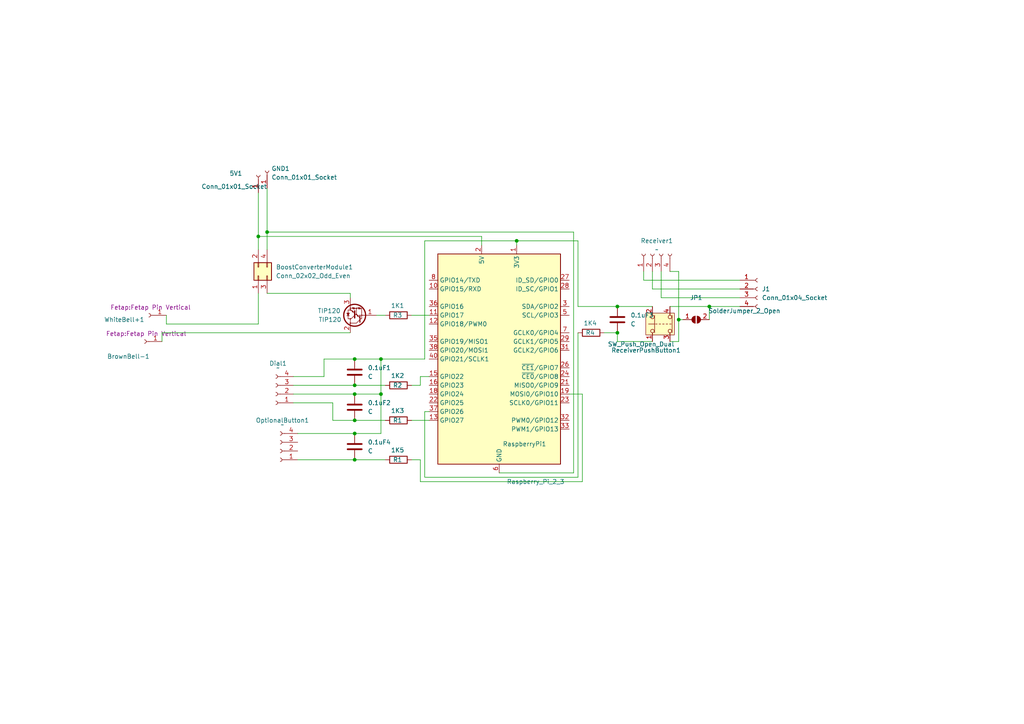
<source format=kicad_sch>
(kicad_sch (version 20231120) (generator "eeschema") (generator_version "8.0")
  (paper "A4")
  (lib_symbols
    (symbol "Connector:Conn_01x01_Socket" (pin_names (offset 1.016) hide)
      (property "Reference" "J" (at 0 2.54 0))
      (property "Value" "Conn_01x01_Socket" (at 0 -2.54 0))
      (symbol "Conn_01x01_Socket_1_1"
        (polyline (pts (xy -1.27 0) (xy -0.508 0)) (stroke (width 0.1524)))
        (arc (start 0 0.508) (mid -0.5058 0) (end 0 -0.508) (stroke (width 0.1524)))
        (pin passive line (at -5.08 0 0) (length 3.81) (name "Pin_1") (number "1"))
      )
    )
    (symbol "Connector:Conn_01x04_Socket" (pin_names (offset 1.016) hide)
      (property "Reference" "J" (at 0 5.08 0))
      (property "Value" "Conn_01x04_Socket" (at 0 -7.62 0))
      (symbol "Conn_01x04_Socket_1_1"
        (arc (start 0 -4.572) (mid -0.5058 -5.08) (end 0 -5.588) (stroke (width 0.1524)))
        (arc (start 0 -2.032) (mid -0.5058 -2.54) (end 0 -3.048) (stroke (width 0.1524)))
        (polyline (pts (xy -1.27 -5.08) (xy -0.508 -5.08)) (stroke (width 0.1524)))
        (polyline (pts (xy -1.27 -2.54) (xy -0.508 -2.54)) (stroke (width 0.1524)))
        (polyline (pts (xy -1.27 0) (xy -0.508 0)) (stroke (width 0.1524)))
        (polyline (pts (xy -1.27 2.54) (xy -0.508 2.54)) (stroke (width 0.1524)))
        (arc (start 0 0.508) (mid -0.5058 0) (end 0 -0.508) (stroke (width 0.1524)))
        (arc (start 0 3.048) (mid -0.5058 2.54) (end 0 2.032) (stroke (width 0.1524)))
        (pin passive line (at -5.08 2.54 0) (length 3.81) (name "Pin_1") (number "1"))
        (pin passive line (at -5.08 0 0) (length 3.81) (name "Pin_2") (number "2"))
        (pin passive line (at -5.08 -2.54 0) (length 3.81) (name "Pin_3") (number "3"))
        (pin passive line (at -5.08 -5.08 0) (length 3.81) (name "Pin_4") (number "4"))
      )
    )
    (symbol "Connector:Raspberry_Pi_2_3"
      (property "Reference" "J" (at -17.78 31.75 0))
      (property "Value" "Raspberry_Pi_2_3" (at 10.16 -31.75 0))
      (symbol "Raspberry_Pi_2_3_0_1"
        (rectangle (start -17.78 30.48) (end 17.78 -30.48) (stroke (width 0.254)) (fill (type background)))
      )
      (symbol "Raspberry_Pi_2_3_1_1"
        (pin power_in line (at 5.08 33.02 270) (length 2.54) (name "3V3") (number "1"))
        (pin bidirectional line (at -20.32 20.32 0) (length 2.54) (name "GPIO15/RXD") (number "10"))
        (pin bidirectional line (at -20.32 12.7 0) (length 2.54) (name "GPIO17") (number "11"))
        (pin bidirectional line (at -20.32 10.16 0) (length 2.54) (name "GPIO18/PWM0") (number "12"))
        (pin bidirectional line (at -20.32 -17.78 0) (length 2.54) (name "GPIO27") (number "13"))
        (pin passive line (at 0 -33.02 90) (length 2.54) hide (name "GND") (number "14"))
        (pin bidirectional line (at -20.32 -5.08 0) (length 2.54) (name "GPIO22") (number "15"))
        (pin bidirectional line (at -20.32 -7.62 0) (length 2.54) (name "GPIO23") (number "16"))
        (pin passive line (at 5.08 33.02 270) (length 2.54) hide (name "3V3") (number "17"))
        (pin bidirectional line (at -20.32 -10.16 0) (length 2.54) (name "GPIO24") (number "18"))
        (pin bidirectional line (at 20.32 -10.16 180) (length 2.54) (name "MOSI0/GPIO10") (number "19"))
        (pin power_in line (at -5.08 33.02 270) (length 2.54) (name "5V") (number "2"))
        (pin passive line (at 0 -33.02 90) (length 2.54) hide (name "GND") (number "20"))
        (pin bidirectional line (at 20.32 -7.62 180) (length 2.54) (name "MISO0/GPIO9") (number "21"))
        (pin bidirectional line (at -20.32 -12.7 0) (length 2.54) (name "GPIO25") (number "22"))
        (pin bidirectional line (at 20.32 -12.7 180) (length 2.54) (name "SCLK0/GPIO11") (number "23"))
        (pin bidirectional line (at 20.32 -5.08 180) (length 2.54) (name "~{CE0}/GPIO8") (number "24"))
        (pin passive line (at 0 -33.02 90) (length 2.54) hide (name "GND") (number "25"))
        (pin bidirectional line (at 20.32 -2.54 180) (length 2.54) (name "~{CE1}/GPIO7") (number "26"))
        (pin bidirectional line (at 20.32 22.86 180) (length 2.54) (name "ID_SD/GPIO0") (number "27"))
        (pin bidirectional line (at 20.32 20.32 180) (length 2.54) (name "ID_SC/GPIO1") (number "28"))
        (pin bidirectional line (at 20.32 5.08 180) (length 2.54) (name "GCLK1/GPIO5") (number "29"))
        (pin bidirectional line (at 20.32 15.24 180) (length 2.54) (name "SDA/GPIO2") (number "3"))
        (pin passive line (at 0 -33.02 90) (length 2.54) hide (name "GND") (number "30"))
        (pin bidirectional line (at 20.32 2.54 180) (length 2.54) (name "GCLK2/GPIO6") (number "31"))
        (pin bidirectional line (at 20.32 -17.78 180) (length 2.54) (name "PWM0/GPIO12") (number "32"))
        (pin bidirectional line (at 20.32 -20.32 180) (length 2.54) (name "PWM1/GPIO13") (number "33"))
        (pin passive line (at 0 -33.02 90) (length 2.54) hide (name "GND") (number "34"))
        (pin bidirectional line (at -20.32 5.08 0) (length 2.54) (name "GPIO19/MISO1") (number "35"))
        (pin bidirectional line (at -20.32 15.24 0) (length 2.54) (name "GPIO16") (number "36"))
        (pin bidirectional line (at -20.32 -15.24 0) (length 2.54) (name "GPIO26") (number "37"))
        (pin bidirectional line (at -20.32 2.54 0) (length 2.54) (name "GPIO20/MOSI1") (number "38"))
        (pin passive line (at 0 -33.02 90) (length 2.54) hide (name "GND") (number "39"))
        (pin passive line (at -5.08 33.02 270) (length 2.54) hide (name "5V") (number "4"))
        (pin bidirectional line (at -20.32 0 0) (length 2.54) (name "GPIO21/SCLK1") (number "40"))
        (pin bidirectional line (at 20.32 12.7 180) (length 2.54) (name "SCL/GPIO3") (number "5"))
        (pin power_in line (at 0 -33.02 90) (length 2.54) (name "GND") (number "6"))
        (pin bidirectional line (at 20.32 7.62 180) (length 2.54) (name "GCLK0/GPIO4") (number "7"))
        (pin bidirectional line (at -20.32 22.86 0) (length 2.54) (name "GPIO14/TXD") (number "8"))
        (pin passive line (at 0 -33.02 90) (length 2.54) hide (name "GND") (number "9"))
      )
    )
    (symbol "Connector_Generic:Conn_02x02_Odd_Even" (pin_names (offset 1.016) hide)
      (property "Reference" "J" (at 1.27 2.54 0))
      (property "Value" "Conn_02x02_Odd_Even" (at 1.27 -5.08 0))
      (symbol "Conn_02x02_Odd_Even_1_1"
        (rectangle (start -1.27 -2.413) (end 0 -2.667) (stroke (width 0.1524)))
        (rectangle (start -1.27 0.127) (end 0 -0.127) (stroke (width 0.1524)))
        (rectangle (start -1.27 1.27) (end 3.81 -3.81) (stroke (width 0.254)) (fill (type background)))
        (rectangle (start 3.81 -2.413) (end 2.54 -2.667) (stroke (width 0.1524)))
        (rectangle (start 3.81 0.127) (end 2.54 -0.127) (stroke (width 0.1524)))
        (pin passive line (at -5.08 0 0) (length 3.81) (name "Pin_1") (number "1"))
        (pin passive line (at 7.62 0 180) (length 3.81) (name "Pin_2") (number "2"))
        (pin passive line (at -5.08 -2.54 0) (length 3.81) (name "Pin_3") (number "3"))
        (pin passive line (at 7.62 -2.54 180) (length 3.81) (name "Pin_4") (number "4"))
      )
    )
    (symbol "Device:C" (pin_numbers hide) (pin_names (offset 0.254))
      (property "Reference" "C" (at 0.635 2.54 0))
      (property "Value" "C" (at 0.635 -2.54 0))
      (symbol "C_0_1"
        (polyline (pts (xy -2.032 -0.762) (xy 2.032 -0.762)) (stroke (width 0.508)))
        (polyline (pts (xy -2.032 0.762) (xy 2.032 0.762)) (stroke (width 0.508)))
      )
      (symbol "C_1_1"
        (pin passive line (at 0 3.81 270) (length 2.794) (name "~") (number "1"))
        (pin passive line (at 0 -3.81 90) (length 2.794) (name "~") (number "2"))
      )
    )
    (symbol "Device:R" (pin_numbers hide) (pin_names (offset 0))
      (property "Reference" "R" (at 2.032 0 90))
      (property "Value" "R" (at 0 0 90))
      (symbol "R_0_1"
        (rectangle (start -1.016 -2.54) (end 1.016 2.54) (stroke (width 0.254)))
      )
      (symbol "R_1_1"
        (pin passive line (at 0 3.81 270) (length 1.27) (name "~") (number "1"))
        (pin passive line (at 0 -3.81 90) (length 1.27) (name "~") (number "2"))
      )
    )
    (symbol "Jumper:SolderJumper_2_Open" (pin_names (offset 0) hide)
      (property "Reference" "JP" (at 0 2.032 0))
      (property "Value" "SolderJumper_2_Open" (at 0 -2.54 0))
      (symbol "SolderJumper_2_Open_0_1"
        (arc (start -0.254 1.016) (mid -1.2656 0) (end -0.254 -1.016))
        (arc (start -0.254 1.016) (mid -1.2656 0) (end -0.254 -1.016) (fill (type outline)))
        (polyline (pts (xy -0.254 1.016) (xy -0.254 -1.016)))
        (polyline (pts (xy 0.254 1.016) (xy 0.254 -1.016)))
        (arc (start 0.254 -1.016) (mid 1.2656 0) (end 0.254 1.016))
        (arc (start 0.254 -1.016) (mid 1.2656 0) (end 0.254 1.016) (fill (type outline)))
      )
      (symbol "SolderJumper_2_Open_1_1"
        (pin passive line (at -3.81 0 0) (length 2.54) (name "A") (number "1"))
        (pin passive line (at 3.81 0 180) (length 2.54) (name "B") (number "2"))
      )
    )
    (symbol "Switch:SW_Push_Open_Dual" (pin_names (offset 1.016) hide)
      (property "Reference" "SW" (at 0 3.81 0))
      (property "Value" "SW_Push_Open_Dual" (at 0 -7.62 0))
      (symbol "SW_Push_Open_Dual_0_1"
        (circle (center -2.032 -5.08) (radius 0.508))
        (circle (center -2.032 0) (radius 0.508))
        (polyline (pts (xy 0 -4.953) (xy 0 -5.461)))
        (polyline (pts (xy 0 -3.937) (xy 0 -4.445)))
        (polyline (pts (xy 0 -3.429) (xy 0 -2.921)))
        (polyline (pts (xy 0 -2.413) (xy 0 -1.905)))
        (polyline (pts (xy 0 -1.397) (xy 0 -0.889)))
        (polyline (pts (xy 0 -0.635) (xy 0 1.143)))
        (polyline (pts (xy 2.54 -5.715) (xy -2.54 -5.715)))
        (polyline (pts (xy 2.54 -0.635) (xy -2.54 -0.635)))
        (circle (center 2.032 -5.08) (radius 0.508))
        (circle (center 2.032 0) (radius 0.508))
        (pin passive line (at -5.08 0 0) (length 2.54) (name "1") (number "1"))
        (pin passive line (at 5.08 0 180) (length 2.54) (name "2") (number "2"))
        (pin passive line (at -5.08 -5.08 0) (length 2.54) (name "3") (number "3"))
        (pin passive line (at 5.08 -5.08 180) (length 2.54) (name "4") (number "4"))
      )
      (symbol "SW_Push_Open_Dual_1_1"
        (rectangle (start -3.175 1.905) (end 3.175 -6.35) (fill (type background)))
      )
    )
    (symbol "Transistor_BJT:TIP120" (pin_names (offset 0) hide)
      (property "Reference" "Q" (at 5.08 1.905 0))
      (property "Value" "TIP120" (at 5.08 0 0))
      (symbol "TIP120_0_1"
        (circle (center -0.762 0) (radius 0.127))
        (polyline (pts (xy -1.27 0) (xy -0.889 0)))
        (polyline (pts (xy 2.54 -2.032) (xy 2.54 -2.54)))
        (polyline (pts (xy 2.54 -1.524) (xy 3.175 -1.524)))
        (polyline (pts (xy 2.794 0.127) (xy 3.556 0.127)))
        (polyline (pts (xy 3.175 -0.635) (xy 3.175 -1.524)))
        (polyline (pts (xy 3.175 1.016) (xy 2.54 1.016)))
        (polyline (pts (xy 3.175 1.016) (xy 3.175 0.127)))
        (polyline (pts (xy -0.254 0.762) (xy 0.762 -0.254) (xy 1.27 -0.254)))
        (polyline (pts (xy -0.254 1.016) (xy -0.762 1.016) (xy -0.762 -2.032)))
        (polyline (pts (xy -0.254 1.27) (xy 0.762 2.286) (xy 2.54 2.286)))
        (polyline (pts (xy -0.254 2.032) (xy -0.254 0) (xy -0.254 0)) (stroke (width 0.3048)))
        (polyline (pts (xy 1.27 0.762) (xy 1.27 -1.27) (xy 1.27 -1.27)) (stroke (width 0.381)))
        (polyline (pts (xy 0.635 -0.127) (xy 0.381 0.381) (xy 0.127 0.127) (xy 0.635 -0.127)))
        (polyline (pts (xy 1.27 -0.508) (xy 2.286 -1.524) (xy 2.54 -1.524) (xy 2.54 -2.032)))
        (polyline (pts (xy 1.27 0) (xy 2.286 1.016) (xy 2.54 1.016) (xy 2.54 2.286)))
        (polyline (pts (xy 2.159 -1.397) (xy 1.905 -0.889) (xy 1.651 -1.143) (xy 2.159 -1.397)))
        (polyline (pts (xy 3.175 0.127) (xy 2.794 -0.635) (xy 3.556 -0.635) (xy 3.175 0.127)) (fill (type outline)))
        (polyline (pts (xy 0.762 -2.032) (xy 0.381 -2.032) (xy 0.254 -2.286) (xy 0.127 -1.778) (xy 0 -2.286) (xy -0.127 -1.778) (xy -0.254 -2.286) (xy -0.381 -1.778) (xy -0.508 -2.032) (xy -0.762 -2.032)))
        (polyline (pts (xy 0.762 -0.254) (xy 0.762 -2.032) (xy 1.143 -2.032) (xy 1.27 -1.778) (xy 1.397 -2.286) (xy 1.524 -1.778) (xy 1.651 -2.286) (xy 1.778 -1.778) (xy 1.905 -2.286) (xy 2.032 -2.032) (xy 2.54 -2.032)))
        (circle (center 0.762 -2.032) (radius 0.127))
        (circle (center 0.762 -0.254) (radius 0.127))
        (circle (center 1.27 0) (radius 3.175) (stroke (width 0.3556)))
        (circle (center 2.54 -2.032) (radius 0.127))
        (circle (center 2.54 -1.524) (radius 0.127))
        (circle (center 2.54 1.016) (radius 0.127))
        (circle (center 2.54 2.286) (radius 0.127))
      )
      (symbol "TIP120_1_1"
        (pin input line (at -5.08 0 0) (length 3.81) (name "B") (number "1"))
        (pin passive line (at 2.54 5.08 270) (length 2.667) (name "C") (number "2"))
        (pin passive line (at 2.54 -5.08 90) (length 2.54) (name "E") (number "3"))
      )
    )
  )
  (junction (at 179.07 96.52))
  (junction (at 179.07 88.9))
  (junction (at 110.49 104.14))
  (junction (at 102.87 104.14))
  (junction (at 74.93 68.58))
  (junction (at 196.85 92.71))
  (junction (at 102.87 125.73))
  (junction (at 149.86 69.85))
  (junction (at 102.87 121.92))
  (junction (at 102.87 111.76))
  (junction (at 102.87 114.3))
  (junction (at 77.47 67.31))
  (junction (at 205.74 88.9))
  (junction (at 110.49 114.3))
  (junction (at 102.87 133.35))
  (wire (pts (xy 167.64 138.43) (xy 167.64 96.52)))
  (wire (pts (xy 168.91 114.3) (xy 168.91 139.7)))
  (wire (pts (xy 121.92 139.7) (xy 121.92 133.35)))
  (wire (pts (xy 121.92 111.76) (xy 121.92 109.22)))
  (wire (pts (xy 77.47 85.09) (xy 101.6 85.09)))
  (wire (pts (xy 191.77 78.74) (xy 191.77 86.36)))
  (wire (pts (xy 74.93 68.58) (xy 74.93 72.39)))
  (wire (pts (xy 110.49 114.3) (xy 110.49 125.73)))
  (wire (pts (xy 189.23 99.06) (xy 179.07 99.06)))
  (wire (pts (xy 139.7 68.58) (xy 139.7 71.12)))
  (wire (pts (xy 175.26 96.52) (xy 179.07 96.52)))
  (wire (pts (xy 167.64 88.9) (xy 179.07 88.9)))
  (wire (pts (xy 149.86 69.85) (xy 149.86 71.12)))
  (wire (pts (xy 165.1 114.3) (xy 168.91 114.3)))
  (wire (pts (xy 48.26 93.98) (xy 74.93 93.98)))
  (wire (pts (xy 85.09 114.3) (xy 102.87 114.3)))
  (wire (pts (xy 205.74 88.9) (xy 205.74 92.71)))
  (wire (pts (xy 102.87 104.14) (xy 110.49 104.14)))
  (wire (pts (xy 123.19 69.85) (xy 123.19 104.14)))
  (wire (pts (xy 149.86 69.85) (xy 167.64 69.85)))
  (wire (pts (xy 102.87 114.3) (xy 110.49 114.3)))
  (wire (pts (xy 186.69 78.74) (xy 186.69 81.28)))
  (wire (pts (xy 167.64 69.85) (xy 167.64 88.9)))
  (wire (pts (xy 110.49 104.14) (xy 110.49 114.3)))
  (wire (pts (xy 86.36 125.73) (xy 102.87 125.73)))
  (wire (pts (xy 119.38 91.44) (xy 124.46 91.44)))
  (wire (pts (xy 46.99 96.52) (xy 101.6 96.52)))
  (wire (pts (xy 93.98 104.14) (xy 102.87 104.14)))
  (wire (pts (xy 124.46 119.38) (xy 123.19 119.38)))
  (wire (pts (xy 123.19 69.85) (xy 149.86 69.85)))
  (wire (pts (xy 179.07 88.9) (xy 189.23 88.9)))
  (wire (pts (xy 123.19 119.38) (xy 123.19 138.43)))
  (wire (pts (xy 74.93 85.09) (xy 74.93 93.98)))
  (wire (pts (xy 96.52 121.92) (xy 102.87 121.92)))
  (wire (pts (xy 121.92 111.76) (xy 119.38 111.76)))
  (wire (pts (xy 214.63 86.36) (xy 191.77 86.36)))
  (wire (pts (xy 123.19 138.43) (xy 167.64 138.43)))
  (wire (pts (xy 119.38 121.92) (xy 124.46 121.92)))
  (wire (pts (xy 48.26 93.98) (xy 48.26 91.44)))
  (wire (pts (xy 102.87 133.35) (xy 111.76 133.35)))
  (wire (pts (xy 46.99 96.52) (xy 46.99 99.06)))
  (wire (pts (xy 109.22 91.44) (xy 111.76 91.44)))
  (wire (pts (xy 77.47 54.61) (xy 77.47 67.31)))
  (wire (pts (xy 102.87 111.76) (xy 111.76 111.76)))
  (wire (pts (xy 179.07 99.06) (xy 179.07 96.52)))
  (wire (pts (xy 85.09 116.84) (xy 96.52 116.84)))
  (wire (pts (xy 101.6 86.36) (xy 101.6 85.09)))
  (wire (pts (xy 196.85 99.06) (xy 194.31 99.06)))
  (wire (pts (xy 93.98 109.22) (xy 93.98 104.14)))
  (wire (pts (xy 96.52 116.84) (xy 96.52 121.92)))
  (wire (pts (xy 86.36 133.35) (xy 102.87 133.35)))
  (wire (pts (xy 121.92 133.35) (xy 119.38 133.35)))
  (wire (pts (xy 196.85 92.71) (xy 198.12 92.71)))
  (wire (pts (xy 144.78 137.16) (xy 166.37 137.16)))
  (wire (pts (xy 194.31 78.74) (xy 196.85 78.74)))
  (wire (pts (xy 214.63 81.28) (xy 186.69 81.28)))
  (wire (pts (xy 77.47 67.31) (xy 77.47 72.39)))
  (wire (pts (xy 214.63 83.82) (xy 189.23 83.82)))
  (wire (pts (xy 102.87 121.92) (xy 111.76 121.92)))
  (wire (pts (xy 121.92 109.22) (xy 124.46 109.22)))
  (wire (pts (xy 189.23 83.82) (xy 189.23 78.74)))
  (wire (pts (xy 77.47 67.31) (xy 166.37 67.31)))
  (wire (pts (xy 166.37 67.31) (xy 166.37 137.16)))
  (wire (pts (xy 196.85 78.74) (xy 196.85 92.71)))
  (wire (pts (xy 85.09 109.22) (xy 93.98 109.22)))
  (wire (pts (xy 74.93 68.58) (xy 139.7 68.58)))
  (wire (pts (xy 110.49 125.73) (xy 102.87 125.73)))
  (wire (pts (xy 196.85 92.71) (xy 196.85 99.06)))
  (wire (pts (xy 123.19 104.14) (xy 110.49 104.14)))
  (wire (pts (xy 85.09 111.76) (xy 102.87 111.76)))
  (wire (pts (xy 205.74 88.9) (xy 214.63 88.9)))
  (wire (pts (xy 74.93 55.88) (xy 74.93 68.58)))
  (wire (pts (xy 168.91 139.7) (xy 121.92 139.7)))
  (wire (pts (xy 194.31 88.9) (xy 205.74 88.9)))
  (symbol (lib_id "Device:R") (at 115.57 121.92 270) (unit 1)
    (property "Reference" "1K3" (at 115.316 119.126 90))
    (property "Value" "R1" (at 115.316 121.92 90))
    (property "Footprint" "Resistor_THT:R_Axial_DIN0207_L6.3mm_D2.5mm_P7.62mm_Horizontal" (effects (hide yes)))
    (property "Description" "Resistor" (effects (hide yes)))
  )
  (symbol (lib_id "Device:R") (at 115.57 91.44 270) (unit 1)
    (property "Reference" "1K1" (at 115.316 88.646 90))
    (property "Value" "R3" (at 115.316 91.44 90))
    (property "Footprint" "Resistor_THT:R_Axial_DIN0207_L6.3mm_D2.5mm_P7.62mm_Horizontal" (effects (hide yes)))
    (property "Description" "Resistor" (effects (hide yes)))
  )
  (symbol (lib_id "Jumper:SolderJumper_2_Open") (at 201.93 92.71 0) (unit 1)
    (property "Reference" "JP1" (at 201.93 86.36 0))
    (property "Value" "SolderJumper_2_Open" (at 215.9 90.17 0))
    (property "Footprint" "Jumper:SolderJumper-2_P1.3mm_Open_RoundedPad1.0x1.5mm" (effects (hide yes)))
    (property "Description" "Solder Jumper, 2-pole, open" (effects (hide yes)))
  )
  (symbol (lib_id "Connector:Conn_01x04_Socket") (at 219.71 83.82 0) (unit 1)
    (property "Reference" "J1" (at 220.98 83.8199 0) (effects (justify left)))
    (property "Value" "Conn_01x04_Socket" (at 220.98 86.3599 0) (effects (justify left)))
    (property "Footprint" "Connector_JST:JST_EH_B4B-EH-A_1x04_P2.50mm_Vertical" (effects (hide yes)))
    (property "Description" "Generic connector, single row, 01x04, script generated" (effects (hide yes)))
  )
  (symbol (lib_id "Device:C") (at 102.87 107.95 0) (unit 1)
    (property "Reference" "0.1uF1" (at 106.68 106.6799 0) (effects (justify left)))
    (property "Value" "C" (at 106.68 109.2199 0) (effects (justify left)))
    (property "Footprint" "Capacitor_THT:C_Radial_D4.0mm_H7.0mm_P1.50mm" (effects (hide yes)))
    (property "Description" "Unpolarized capacitor" (effects (hide yes)))
  )
  (symbol (lib_id "Connector:Conn_01x01_Socket") (at 41.91 99.06 180) (unit 1)
    (property "Reference" "BrownBell-1" (at 43.434 103.378 0) (effects (justify left)))
    (property "Value" "Conn_01x01_Socket" (effects (hide yes)))
    (property "Footprint" "Fetap:Fetap Pin Vertical" (at 42.418 96.774 0))
    (property "Description" "Generic connector, single row, 01x01, script generated" (effects (hide yes)))
  )
  (symbol (lib_id "Connector:Raspberry_Pi_2_3") (at 144.78 104.14 0) (unit 1)
    (property "Reference" "RaspberryPi1" (at 145.796 128.778 0) (effects (justify left)))
    (property "Value" "Raspberry_Pi_2_3" (at 146.9741 139.7 0) (effects (justify left)))
    (property "Footprint" "Fetap:RPi Zero" (effects (hide yes)))
    (property "Datasheet" "https://www.raspberrypi.org/documentation/hardware/raspberrypi/schematics/rpi_SCH_3bplus_1p0_reduced.pdf" (effects (hide yes)))
    (property "Description" "expansion header for Raspberry Pi 2 & 3" (effects (hide yes)))
  )
  (symbol (lib_id "Device:C") (at 102.87 129.54 0) (unit 1)
    (property "Reference" "0.1uF4" (at 106.68 128.2699 0) (effects (justify left)))
    (property "Value" "C" (at 106.68 130.8099 0) (effects (justify left)))
    (property "Footprint" "Capacitor_THT:C_Radial_D4.0mm_H7.0mm_P1.50mm" (effects (hide yes)))
    (property "Description" "Unpolarized capacitor" (effects (hide yes)))
  )
  (symbol (lib_id "Connector:Conn_01x01_Socket") (at 43.18 91.44 180) (unit 1)
    (property "Reference" "WhiteBell+1" (at 41.91 92.7101 0) (effects (justify left)))
    (property "Value" "Conn_01x01_Socket" (effects (hide yes)))
    (property "Footprint" "Fetap:Fetap Pin Vertical" (at 43.688 89.154 0))
    (property "Description" "Generic connector, single row, 01x01, script generated" (effects (hide yes)))
  )
  (symbol (lib_id "Connector_Generic:Conn_02x02_Odd_Even") (at 74.93 80.01 90) (unit 1)
    (property "Reference" "BoostConverterModule1" (at 80.01 77.4699 90) (effects (justify right)))
    (property "Value" "Conn_02x02_Odd_Even" (at 80.01 80.0099 90) (effects (justify right)))
    (property "Footprint" "Fetap:Boost Converter Module" (effects (hide yes)))
    (property "Description" "Generic connector, double row, 02x02, odd/even pin numbering scheme (row 1 odd numbers, row 2 even numbers), script generated (kicad-library-utils/schlib/autogen/connector/)" (effects (hide yes)))
  )
  (symbol (lib_id "Transistor_BJT:TIP120") (at 104.14 91.44 180) (unit 1)
    (property "Reference" "TIP120" (at 98.806 90.17 0) (effects (justify left)))
    (property "Value" "TIP120" (at 99.06 92.71 0) (effects (justify left)))
    (property "Footprint" "Package_TO_SOT_THT:TO-220-3_Vertical" (effects (hide yes)))
    (property "Datasheet" "https://www.onsemi.com/pub/Collateral/TIP120-D.PDF" (effects (hide yes)))
    (property "Description" "5A Ic, 60V Vce, Silicon Darlington Power NPN Transistor, TO-220" (effects (hide yes)))
  )
  (symbol (lib_id "Switch:SW_Push_Open_Dual") (at 189.23 93.98 90) (unit 1)
    (property "Reference" "ReceiverPushButton1" (at 177.292 101.6 90) (effects (justify right)))
    (property "Value" "SW_Push_Open_Dual" (at 176.276 99.822 90) (effects (justify right)))
    (property "Footprint" "Fetap:Fetap Receiver Switch" (effects (hide yes)))
    (property "Description" "Push button switch, normally closed, generic, four pins" (effects (hide yes)))
  )
  (symbol (lib_id "Device:C") (at 102.87 118.11 0) (unit 1)
    (property "Reference" "0.1uF2" (at 106.68 116.8399 0) (effects (justify left)))
    (property "Value" "C" (at 106.68 119.3799 0) (effects (justify left)))
    (property "Footprint" "Capacitor_THT:C_Radial_D4.0mm_H7.0mm_P1.50mm" (effects (hide yes)))
    (property "Description" "Unpolarized capacitor" (effects (hide yes)))
  )
  (symbol (lib_id "Device:C") (at 179.07 92.71 0) (unit 1)
    (property "Reference" "0.1uF3" (at 182.88 91.4399 0) (effects (justify left)))
    (property "Value" "C" (at 182.88 93.9799 0) (effects (justify left)))
    (property "Footprint" "Capacitor_THT:C_Radial_D4.0mm_H7.0mm_P1.50mm" (effects (hide yes)))
    (property "Description" "Unpolarized capacitor" (effects (hide yes)))
  )
  (symbol (lib_id "Connector:Conn_01x01_Socket") (at 74.93 50.8 90) (unit 1)
    (property "Reference" "5V1" (at 66.548 50.292 90) (effects (justify right)))
    (property "Value" "Conn_01x01_Socket" (at 58.42 54.102 90) (effects (justify right)))
    (property "Footprint" "Connector_Wire:SolderWire-0.75sqmm_1x01_D1.25mm_OD3.5mm" (effects (hide yes)))
    (property "Description" "Generic connector, single row, 01x01, script generated" (effects (hide yes)))
  )
  (symbol (lib_id "Device:R") (at 115.57 133.35 270) (unit 1)
    (property "Reference" "1K5" (at 115.316 130.556 90))
    (property "Value" "R1" (at 115.316 133.35 90))
    (property "Footprint" "Resistor_THT:R_Axial_DIN0207_L6.3mm_D2.5mm_P7.62mm_Horizontal" (effects (hide yes)))
    (property "Description" "Resistor" (effects (hide yes)))
  )
  (symbol (lib_id "Connector:Conn_01x04_Socket") (at 80.01 114.3 180) (unit 1)
    (property "Reference" "Dial1" (at 80.645 105.41 0))
    (property "Value" "~" (at 80.645 106.68 0))
    (property "Footprint" "Fetap:Fetap Pin Vertical x 4" (effects (hide yes)))
    (property "Description" "Generic connector, single row, 01x04, script generated" (effects (hide yes)))
  )
  (symbol (lib_id "Device:R") (at 115.57 111.76 270) (unit 1)
    (property "Reference" "1K2" (at 115.316 108.966 90))
    (property "Value" "R2" (at 115.316 111.76 90))
    (property "Footprint" "Resistor_THT:R_Axial_DIN0207_L6.3mm_D2.5mm_P7.62mm_Horizontal" (effects (hide yes)))
    (property "Description" "Resistor" (effects (hide yes)))
  )
  (symbol (lib_id "Connector:Conn_01x01_Socket") (at 77.47 49.53 90) (unit 1)
    (property "Reference" "GND1" (at 78.74 48.8949 90) (effects (justify right)))
    (property "Value" "Conn_01x01_Socket" (at 78.74 51.4349 90) (effects (justify right)))
    (property "Footprint" "Connector_Wire:SolderWire-0.75sqmm_1x01_D1.25mm_OD3.5mm" (effects (hide yes)))
    (property "Description" "Generic connector, single row, 01x01, script generated" (effects (hide yes)))
  )
  (symbol (lib_id "Device:R") (at 171.45 96.52 270) (unit 1)
    (property "Reference" "1K4" (at 171.196 93.726 90))
    (property "Value" "R4" (at 171.196 96.52 90))
    (property "Footprint" "Resistor_THT:R_Axial_DIN0207_L6.3mm_D2.5mm_P7.62mm_Horizontal" (effects (hide yes)))
    (property "Description" "Resistor" (effects (hide yes)))
  )
  (symbol (lib_id "Connector:Conn_01x04_Socket") (at 81.28 130.81 180) (unit 1)
    (property "Reference" "OptionalButton1" (at 81.915 121.92 0))
    (property "Value" "~" (at 81.915 123.19 0))
    (property "Footprint" "Fetap:Fetap Pin Vertical x 4" (effects (hide yes)))
    (property "Description" "Generic connector, single row, 01x04, script generated" (effects (hide yes)))
  )
  (symbol (lib_id "Connector:Conn_01x04_Socket") (at 189.23 73.66 90) (unit 1)
    (property "Reference" "Receiver1" (at 190.5 69.85 90))
    (property "Value" "~" (at 190.5 72.39 90))
    (property "Footprint" "Fetap:Fetap Pin Horizontal x 4" (effects (hide yes)))
    (property "Description" "Generic connector, single row, 01x04, script generated" (effects (hide yes)))
  )
)
</source>
